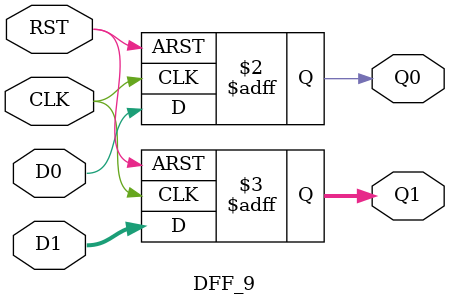
<source format=v>
module DFF_9
  (output reg Q0,
   output reg [1:0] Q1,
   input wire D0,
   input wire [1:0] D1,
   input wire CLK,
   input wire RST
   );
   always @(posedge CLK or posedge RST)
     if (RST) begin
	Q0 <= 0;
	Q1 <= 0;
     end else begin
	Q0 <= D0;
	Q1 <= D1;
     end
endmodule
</source>
